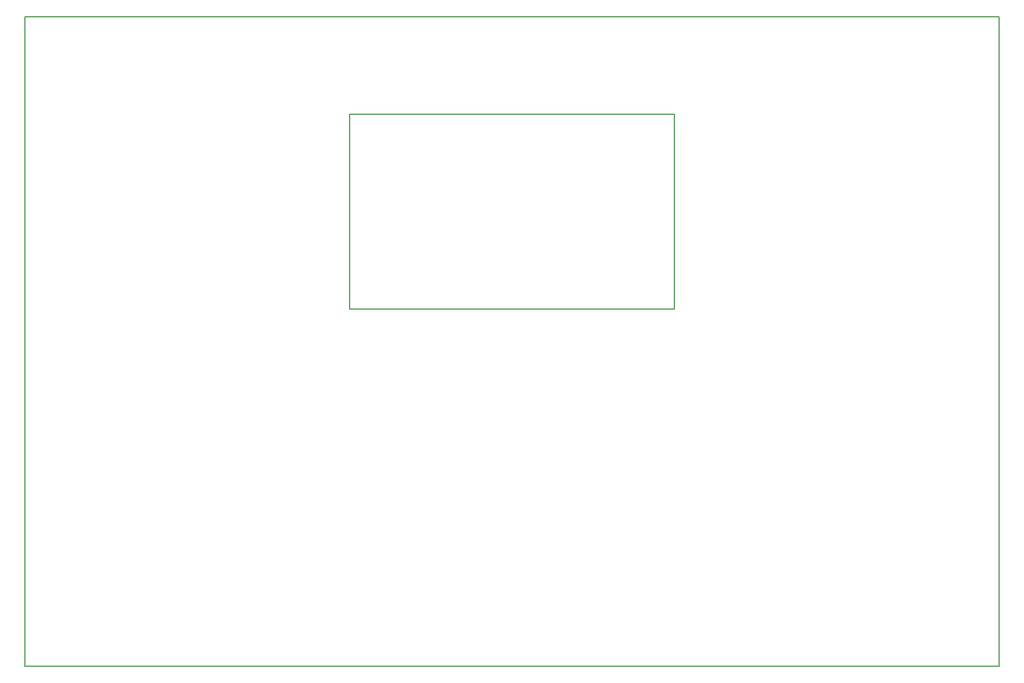
<source format=gbr>
G04 DipTrace 2.4.0.2*
%INBoardOutline.gbr*%
%MOIN*%
%ADD11C,0.0055*%
%FSLAX44Y44*%
G04*
G70*
G90*
G75*
G01*
%LNBoardOutline*%
%LPD*%
X0Y0D2*
D11*
X60000D1*
Y40000D1*
X0D1*
Y0D1*
X20000Y34000D2*
X40000D1*
Y22000D1*
X20000D1*
Y34000D1*
M02*

</source>
